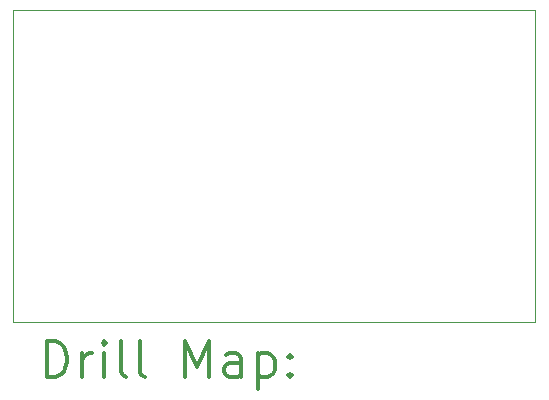
<source format=gbr>
%FSLAX45Y45*%
G04 Gerber Fmt 4.5, Leading zero omitted, Abs format (unit mm)*
G04 Created by KiCad (PCBNEW (5.1.6)-1) date 2022-09-19 12:58:51*
%MOMM*%
%LPD*%
G01*
G04 APERTURE LIST*
%TA.AperFunction,Profile*%
%ADD10C,0.050000*%
%TD*%
%ADD11C,0.200000*%
%ADD12C,0.300000*%
G04 APERTURE END LIST*
D10*
X12954000Y-8496300D02*
X17373600Y-8496300D01*
X12954000Y-11137900D02*
X12954000Y-8496300D01*
X17373600Y-11137900D02*
X12954000Y-11137900D01*
X17373600Y-8496300D02*
X17373600Y-11137900D01*
D11*
D12*
X13237928Y-11606114D02*
X13237928Y-11306114D01*
X13309357Y-11306114D01*
X13352214Y-11320400D01*
X13380786Y-11348971D01*
X13395071Y-11377543D01*
X13409357Y-11434686D01*
X13409357Y-11477543D01*
X13395071Y-11534686D01*
X13380786Y-11563257D01*
X13352214Y-11591829D01*
X13309357Y-11606114D01*
X13237928Y-11606114D01*
X13537928Y-11606114D02*
X13537928Y-11406114D01*
X13537928Y-11463257D02*
X13552214Y-11434686D01*
X13566500Y-11420400D01*
X13595071Y-11406114D01*
X13623643Y-11406114D01*
X13723643Y-11606114D02*
X13723643Y-11406114D01*
X13723643Y-11306114D02*
X13709357Y-11320400D01*
X13723643Y-11334686D01*
X13737928Y-11320400D01*
X13723643Y-11306114D01*
X13723643Y-11334686D01*
X13909357Y-11606114D02*
X13880786Y-11591829D01*
X13866500Y-11563257D01*
X13866500Y-11306114D01*
X14066500Y-11606114D02*
X14037928Y-11591829D01*
X14023643Y-11563257D01*
X14023643Y-11306114D01*
X14409357Y-11606114D02*
X14409357Y-11306114D01*
X14509357Y-11520400D01*
X14609357Y-11306114D01*
X14609357Y-11606114D01*
X14880786Y-11606114D02*
X14880786Y-11448971D01*
X14866500Y-11420400D01*
X14837928Y-11406114D01*
X14780786Y-11406114D01*
X14752214Y-11420400D01*
X14880786Y-11591829D02*
X14852214Y-11606114D01*
X14780786Y-11606114D01*
X14752214Y-11591829D01*
X14737928Y-11563257D01*
X14737928Y-11534686D01*
X14752214Y-11506114D01*
X14780786Y-11491829D01*
X14852214Y-11491829D01*
X14880786Y-11477543D01*
X15023643Y-11406114D02*
X15023643Y-11706114D01*
X15023643Y-11420400D02*
X15052214Y-11406114D01*
X15109357Y-11406114D01*
X15137928Y-11420400D01*
X15152214Y-11434686D01*
X15166500Y-11463257D01*
X15166500Y-11548971D01*
X15152214Y-11577543D01*
X15137928Y-11591829D01*
X15109357Y-11606114D01*
X15052214Y-11606114D01*
X15023643Y-11591829D01*
X15295071Y-11577543D02*
X15309357Y-11591829D01*
X15295071Y-11606114D01*
X15280786Y-11591829D01*
X15295071Y-11577543D01*
X15295071Y-11606114D01*
X15295071Y-11420400D02*
X15309357Y-11434686D01*
X15295071Y-11448971D01*
X15280786Y-11434686D01*
X15295071Y-11420400D01*
X15295071Y-11448971D01*
M02*

</source>
